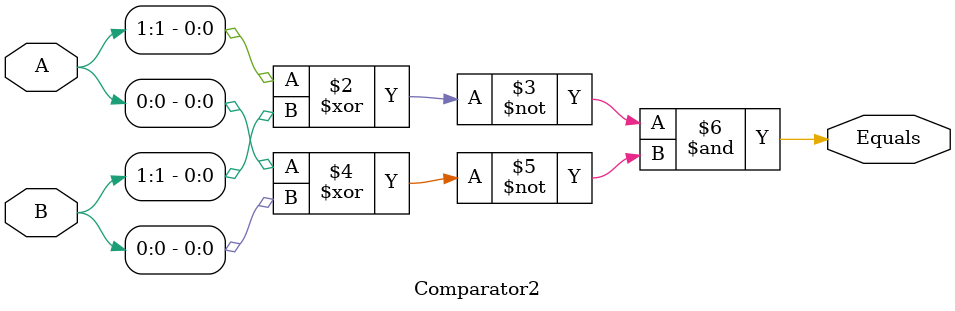
<source format=v>
  	                                            		
module Comparator2(
   input[1:0] A, B,
   output reg Equals
);      		
                   	          	
// student code here
always @ ( A , B ) 

begin 

Equals = (~( A[1]^B[1]))&(~(A[0]^B[0])); 

// A[1] ^ B[1]: This performs a bitwise XOR operation between the most significant bit (MSB) of A and B. The result is 1 if the bits are different and 0 if they are the same.
// ~(A[1] ^ B[1]): This negates the XOR result, so it becomes 1 if A[1] and B[1] are the same and 0 if they are different.
// Similarly, ~(A[0] ^ B[0]) checks if the least significant bit (LSB) of A and B are the same.
// The & operator performs a bitwise AND between the two negated XOR results. The result will be 1 if both bits are equal (both MSB and LSB), and 0 otherwise.
// This assigns the result of the comparison (1 for equality and 0 for inequality) to the output Equals.

end 

endmodule // Comparator2 




    
</source>
